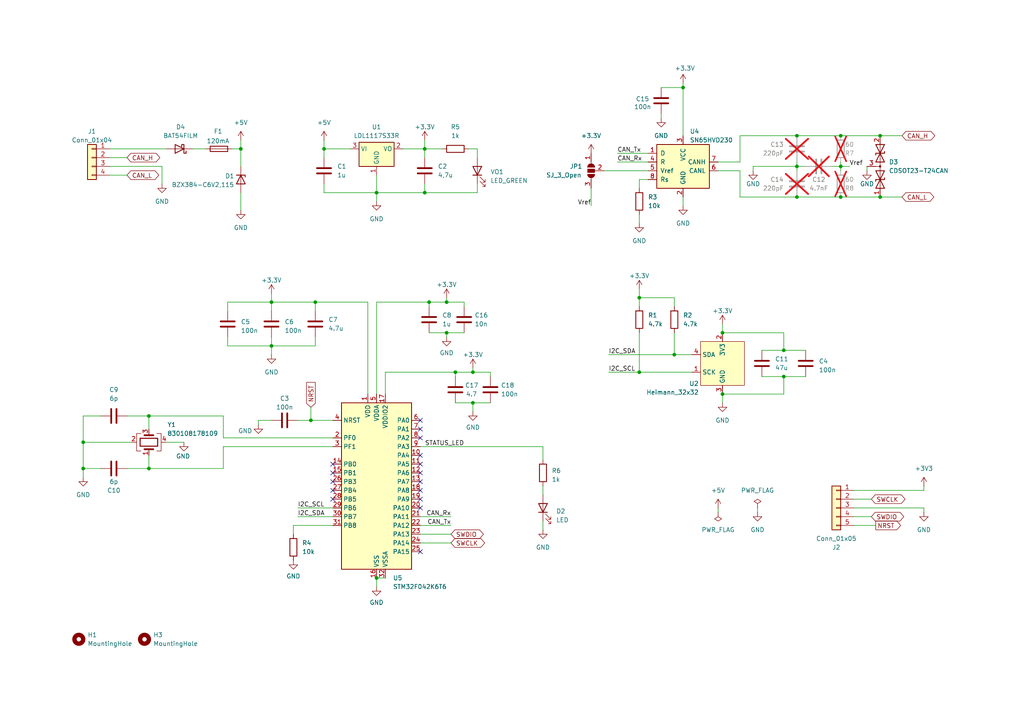
<source format=kicad_sch>
(kicad_sch (version 20231120) (generator "eeschema") (generator_version "8.0")
  (paper "A4")
  (lib_symbols
    (symbol "Connector_Generic:Conn_01x04" (pin_names (offset 1.016) hide)
      (property "Reference" "J" (at 0 5.08 0))
      (property "Value" "Conn_01x04" (at 0 -7.62 0))
      (symbol "Conn_01x04_1_1"
        (rectangle (start -1.27 -4.953) (end 0 -5.207) (stroke (width 0.1524)))
        (rectangle (start -1.27 -2.413) (end 0 -2.667) (stroke (width 0.1524)))
        (rectangle (start -1.27 0.127) (end 0 -0.127) (stroke (width 0.1524)))
        (rectangle (start -1.27 2.667) (end 0 2.413) (stroke (width 0.1524)))
        (rectangle (start -1.27 3.81) (end 1.27 -6.35) (stroke (width 0.254)) (fill (type background)))
        (pin passive line (at -5.08 2.54 0) (length 3.81) (name "Pin_1") (number "1"))
        (pin passive line (at -5.08 0 0) (length 3.81) (name "Pin_2") (number "2"))
        (pin passive line (at -5.08 -2.54 0) (length 3.81) (name "Pin_3") (number "3"))
        (pin passive line (at -5.08 -5.08 0) (length 3.81) (name "Pin_4") (number "4"))
      )
    )
    (symbol "Connector_Generic:Conn_01x05" (pin_names (offset 1.016) hide)
      (property "Reference" "J" (at 0 7.62 0))
      (property "Value" "Conn_01x05" (at 0 -7.62 0))
      (symbol "Conn_01x05_1_1"
        (rectangle (start -1.27 -4.953) (end 0 -5.207) (stroke (width 0.1524)))
        (rectangle (start -1.27 -2.413) (end 0 -2.667) (stroke (width 0.1524)))
        (rectangle (start -1.27 0.127) (end 0 -0.127) (stroke (width 0.1524)))
        (rectangle (start -1.27 2.667) (end 0 2.413) (stroke (width 0.1524)))
        (rectangle (start -1.27 5.207) (end 0 4.953) (stroke (width 0.1524)))
        (rectangle (start -1.27 6.35) (end 1.27 -6.35) (stroke (width 0.254)) (fill (type background)))
        (pin passive line (at -5.08 5.08 0) (length 3.81) (name "Pin_1") (number "1"))
        (pin passive line (at -5.08 2.54 0) (length 3.81) (name "Pin_2") (number "2"))
        (pin passive line (at -5.08 0 0) (length 3.81) (name "Pin_3") (number "3"))
        (pin passive line (at -5.08 -2.54 0) (length 3.81) (name "Pin_4") (number "4"))
        (pin passive line (at -5.08 -5.08 0) (length 3.81) (name "Pin_5") (number "5"))
      )
    )
    (symbol "Device:C" (pin_numbers hide) (pin_names (offset 0.254))
      (property "Reference" "C" (at 0.635 2.54 0))
      (property "Value" "C" (at 0.635 -2.54 0))
      (symbol "C_0_1"
        (polyline (pts (xy -2.032 -0.762) (xy 2.032 -0.762)) (stroke (width 0.508)))
        (polyline (pts (xy -2.032 0.762) (xy 2.032 0.762)) (stroke (width 0.508)))
      )
      (symbol "C_1_1"
        (pin passive line (at 0 3.81 270) (length 2.794) (name "~") (number "1"))
        (pin passive line (at 0 -3.81 90) (length 2.794) (name "~") (number "2"))
      )
    )
    (symbol "Device:D_Schottky" (pin_numbers hide) (pin_names (offset 1.016) hide)
      (property "Reference" "D" (at 0 2.54 0))
      (property "Value" "D_Schottky" (at 0 -2.54 0))
      (symbol "D_Schottky_0_1"
        (polyline (pts (xy 1.27 0) (xy -1.27 0)))
        (polyline (pts (xy 1.27 1.27) (xy 1.27 -1.27) (xy -1.27 0) (xy 1.27 1.27)) (stroke (width 0.254)))
        (polyline (pts (xy -1.905 0.635) (xy -1.905 1.27) (xy -1.27 1.27) (xy -1.27 -1.27) (xy -0.635 -1.27) (xy -0.635 -0.635)) (stroke (width 0.254)))
      )
      (symbol "D_Schottky_1_1"
        (pin passive line (at -3.81 0 0) (length 2.54) (name "K") (number "1"))
        (pin passive line (at 3.81 0 180) (length 2.54) (name "A") (number "2"))
      )
    )
    (symbol "Device:D_TVS_Dual_AAC" (pin_names (offset 1.016) hide)
      (property "Reference" "D" (at 0 4.445 0))
      (property "Value" "D_TVS_Dual_AAC" (at 0 2.54 0))
      (symbol "D_TVS_Dual_AAC_0_0"
        (polyline (pts (xy 0 -1.27) (xy 0 0)))
      )
      (symbol "D_TVS_Dual_AAC_0_1"
        (polyline (pts (xy -6.35 0) (xy 6.35 0)))
        (polyline (pts (xy -3.302 1.27) (xy -3.81 1.27) (xy -3.81 -1.27) (xy -4.318 -1.27)) (stroke (width 0.254)))
        (polyline (pts (xy 4.318 1.27) (xy 3.81 1.27) (xy 3.81 -1.27) (xy 3.302 -1.27)) (stroke (width 0.254)))
        (polyline (pts (xy -6.35 1.27) (xy -1.27 -1.27) (xy -1.27 1.27) (xy -6.35 -1.27) (xy -6.35 1.27)) (stroke (width 0.254)))
        (polyline (pts (xy 6.35 1.27) (xy 1.27 -1.27) (xy 1.27 1.27) (xy 6.35 -1.27) (xy 6.35 1.27)) (stroke (width 0.254)))
        (circle (center 0 0) (radius 0.254) (fill (type outline)))
      )
      (symbol "D_TVS_Dual_AAC_1_1"
        (pin passive line (at -8.89 0 0) (length 2.54) (name "A1") (number "1"))
        (pin passive line (at 8.89 0 180) (length 2.54) (name "A2") (number "2"))
        (pin input line (at 0 -3.81 90) (length 2.54) (name "common") (number "3"))
      )
    )
    (symbol "Device:D_Zener" (pin_numbers hide) (pin_names (offset 1.016) hide)
      (property "Reference" "D" (at 0 2.54 0))
      (property "Value" "D_Zener" (at 0 -2.54 0))
      (symbol "D_Zener_0_1"
        (polyline (pts (xy 1.27 0) (xy -1.27 0)))
        (polyline (pts (xy -1.27 -1.27) (xy -1.27 1.27) (xy -0.762 1.27)) (stroke (width 0.254)))
        (polyline (pts (xy 1.27 -1.27) (xy 1.27 1.27) (xy -1.27 0) (xy 1.27 -1.27)) (stroke (width 0.254)))
      )
      (symbol "D_Zener_1_1"
        (pin passive line (at -3.81 0 0) (length 2.54) (name "K") (number "1"))
        (pin passive line (at 3.81 0 180) (length 2.54) (name "A") (number "2"))
      )
    )
    (symbol "Device:Fuse" (pin_numbers hide) (pin_names (offset 0))
      (property "Reference" "F" (at 2.032 0 90))
      (property "Value" "Fuse" (at -1.905 0 90))
      (symbol "Fuse_0_1"
        (rectangle (start -0.762 -2.54) (end 0.762 2.54) (stroke (width 0.254)))
        (polyline (pts (xy 0 2.54) (xy 0 -2.54)))
      )
      (symbol "Fuse_1_1"
        (pin passive line (at 0 3.81 270) (length 1.27) (name "~") (number "1"))
        (pin passive line (at 0 -3.81 90) (length 1.27) (name "~") (number "2"))
      )
    )
    (symbol "Device:LED" (pin_numbers hide) (pin_names (offset 1.016) hide)
      (property "Reference" "D" (at 0 2.54 0))
      (property "Value" "LED" (at 0 -2.54 0))
      (symbol "LED_0_1"
        (polyline (pts (xy -1.27 -1.27) (xy -1.27 1.27)) (stroke (width 0.254)))
        (polyline (pts (xy -1.27 0) (xy 1.27 0)))
        (polyline (pts (xy 1.27 -1.27) (xy 1.27 1.27) (xy -1.27 0) (xy 1.27 -1.27)) (stroke (width 0.254)))
        (polyline (pts (xy -3.048 -0.762) (xy -4.572 -2.286) (xy -3.81 -2.286) (xy -4.572 -2.286) (xy -4.572 -1.524)))
        (polyline (pts (xy -1.778 -0.762) (xy -3.302 -2.286) (xy -2.54 -2.286) (xy -3.302 -2.286) (xy -3.302 -1.524)))
      )
      (symbol "LED_1_1"
        (pin passive line (at -3.81 0 0) (length 2.54) (name "K") (number "1"))
        (pin passive line (at 3.81 0 180) (length 2.54) (name "A") (number "2"))
      )
    )
    (symbol "Device:R" (pin_numbers hide) (pin_names (offset 0))
      (property "Reference" "R" (at 2.032 0 90))
      (property "Value" "R" (at 0 0 90))
      (symbol "R_0_1"
        (rectangle (start -1.016 -2.54) (end 1.016 2.54) (stroke (width 0.254)))
      )
      (symbol "R_1_1"
        (pin passive line (at 0 3.81 270) (length 1.27) (name "~") (number "1"))
        (pin passive line (at 0 -3.81 90) (length 1.27) (name "~") (number "2"))
      )
    )
    (symbol "FaSTTUBe_Crystals:830108178109" (pin_names (offset 1.016) hide)
      (property "Reference" "Y" (at 3.175 5.08 0))
      (property "Value" "830108178109" (at 3.175 3.175 0))
      (symbol "830108178109_0_1"
        (rectangle (start -1.143 2.54) (end 1.143 -2.54) (stroke (width 0.3048)))
        (polyline (pts (xy -2.54 0) (xy -2.032 0)))
        (polyline (pts (xy -2.032 -1.27) (xy -2.032 1.27)) (stroke (width 0.508)))
        (polyline (pts (xy 0 -3.81) (xy 0 -3.556)))
        (polyline (pts (xy 0 3.556) (xy 0 3.81)))
        (polyline (pts (xy 2.032 -1.27) (xy 2.032 1.27)) (stroke (width 0.508)))
        (polyline (pts (xy 2.032 0) (xy 2.54 0)))
        (polyline (pts (xy -2.54 -2.286) (xy -2.54 -3.556) (xy 2.54 -3.556) (xy 2.54 -2.286)))
        (polyline (pts (xy -2.54 2.286) (xy -2.54 3.556) (xy 2.54 3.556) (xy 2.54 2.286)))
      )
      (symbol "830108178109_1_1"
        (pin passive line (at -3.81 0 0) (length 1.27) (name "1") (number "1"))
        (pin passive line (at 0 5.08 270) (length 1.27) (name "2") (number "2"))
        (pin passive line (at 3.81 0 180) (length 1.27) (name "3") (number "3"))
        (pin passive line (at 0 -5.08 90) (length 1.27) (name "4") (number "4"))
      )
    )
    (symbol "GND_1" (power) (pin_numbers hide) (pin_names (offset 0) hide)
      (property "Value" "GND" (at 0 -3.81 0))
      (symbol "GND_1_0_1"
        (polyline (pts (xy 0 0) (xy 0 -1.27) (xy 1.27 -1.27) (xy 0 -2.54) (xy -1.27 -1.27) (xy 0 -1.27)))
      )
      (symbol "GND_1_1_1"
        (pin power_in line (at 0 0 270) (length 0) (name "~") (number "1"))
      )
    )
    (symbol "Interface_CAN_LIN:SN65HVD230" (pin_names (offset 1.016))
      (property "Reference" "U" (at -2.54 10.16 0))
      (property "Value" "SN65HVD230" (at -2.54 7.62 0))
      (symbol "SN65HVD230_0_1"
        (rectangle (start -7.62 5.08) (end 7.62 -7.62) (stroke (width 0.254)) (fill (type background)))
      )
      (symbol "SN65HVD230_1_1"
        (pin input line (at -10.16 2.54 0) (length 2.54) (name "D") (number "1"))
        (pin power_in line (at 0 -10.16 90) (length 2.54) (name "GND") (number "2"))
        (pin power_in line (at 0 7.62 270) (length 2.54) (name "VCC") (number "3"))
        (pin output line (at -10.16 0 0) (length 2.54) (name "R") (number "4"))
        (pin output line (at -10.16 -2.54 0) (length 2.54) (name "Vref") (number "5"))
        (pin bidirectional line (at 10.16 -2.54 180) (length 2.54) (name "CANL") (number "6"))
        (pin bidirectional line (at 10.16 0 180) (length 2.54) (name "CANH") (number "7"))
        (pin input line (at -10.16 -5.08 0) (length 2.54) (name "Rs") (number "8"))
      )
    )
    (symbol "Jumper:SolderJumper_3_Open" (pin_names (offset 0) hide)
      (property "Reference" "JP" (at -2.54 -2.54 0))
      (property "Value" "SolderJumper_3_Open" (at 0 2.794 0))
      (symbol "SolderJumper_3_Open_0_1"
        (arc (start -1.016 1.016) (mid -2.0276 0) (end -1.016 -1.016))
        (arc (start -1.016 1.016) (mid -2.0276 0) (end -1.016 -1.016) (fill (type outline)))
        (rectangle (start -0.508 1.016) (end 0.508 -1.016) (fill (type outline)))
        (polyline (pts (xy -2.54 0) (xy -2.032 0)))
        (polyline (pts (xy -1.016 1.016) (xy -1.016 -1.016)))
        (polyline (pts (xy 0 -1.27) (xy 0 -1.016)))
        (polyline (pts (xy 1.016 1.016) (xy 1.016 -1.016)))
        (polyline (pts (xy 2.54 0) (xy 2.032 0)))
        (arc (start 1.016 -1.016) (mid 2.0276 0) (end 1.016 1.016))
        (arc (start 1.016 -1.016) (mid 2.0276 0) (end 1.016 1.016) (fill (type outline)))
      )
      (symbol "SolderJumper_3_Open_1_1"
        (pin passive line (at -5.08 0 0) (length 2.54) (name "A") (number "1"))
        (pin passive line (at 0 -3.81 90) (length 2.54) (name "C") (number "2"))
        (pin passive line (at 5.08 0 180) (length 2.54) (name "B") (number "3"))
      )
    )
    (symbol "MCU_ST_STM32F0:STM32F042K6Tx"
      (property "Reference" "U" (at -10.16 26.67 0))
      (property "Value" "STM32F042K6Tx" (at 5.08 26.67 0))
      (symbol "STM32F042K6Tx_0_1"
        (rectangle (start -10.16 -22.86) (end 10.16 25.4) (stroke (width 0.254)) (fill (type background)))
      )
      (symbol "STM32F042K6Tx_1_1"
        (pin power_in line (at -2.54 27.94 270) (length 2.54) (name "VDD") (number "1"))
        (pin bidirectional line (at 12.7 10.16 180) (length 2.54) (name "PA4") (number "10"))
        (pin bidirectional line (at 12.7 7.62 180) (length 2.54) (name "PA5") (number "11"))
        (pin bidirectional line (at 12.7 5.08 180) (length 2.54) (name "PA6") (number "12"))
        (pin bidirectional line (at 12.7 2.54 180) (length 2.54) (name "PA7") (number "13"))
        (pin bidirectional line (at -12.7 7.62 0) (length 2.54) (name "PB0") (number "14"))
        (pin bidirectional line (at -12.7 5.08 0) (length 2.54) (name "PB1") (number "15"))
        (pin power_in line (at 0 -25.4 90) (length 2.54) (name "VSS") (number "16"))
        (pin power_in line (at 2.54 27.94 270) (length 2.54) (name "VDDIO2") (number "17"))
        (pin bidirectional line (at 12.7 0 180) (length 2.54) (name "PA8") (number "18"))
        (pin bidirectional line (at 12.7 -2.54 180) (length 2.54) (name "PA9") (number "19"))
        (pin bidirectional line (at -12.7 15.24 0) (length 2.54) (name "PF0") (number "2"))
        (pin bidirectional line (at 12.7 -5.08 180) (length 2.54) (name "PA10") (number "20"))
        (pin bidirectional line (at 12.7 -7.62 180) (length 2.54) (name "PA11") (number "21"))
        (pin bidirectional line (at 12.7 -10.16 180) (length 2.54) (name "PA12") (number "22"))
        (pin bidirectional line (at 12.7 -12.7 180) (length 2.54) (name "PA13") (number "23"))
        (pin bidirectional line (at 12.7 -15.24 180) (length 2.54) (name "PA14") (number "24"))
        (pin bidirectional line (at 12.7 -17.78 180) (length 2.54) (name "PA15") (number "25"))
        (pin bidirectional line (at -12.7 2.54 0) (length 2.54) (name "PB3") (number "26"))
        (pin bidirectional line (at -12.7 0 0) (length 2.54) (name "PB4") (number "27"))
        (pin bidirectional line (at -12.7 -2.54 0) (length 2.54) (name "PB5") (number "28"))
        (pin bidirectional line (at -12.7 -5.08 0) (length 2.54) (name "PB6") (number "29"))
        (pin bidirectional line (at -12.7 12.7 0) (length 2.54) (name "PF1") (number "3"))
        (pin bidirectional line (at -12.7 -7.62 0) (length 2.54) (name "PB7") (number "30"))
        (pin bidirectional line (at -12.7 -10.16 0) (length 2.54) (name "PB8") (number "31"))
        (pin power_in line (at 2.54 -25.4 90) (length 2.54) (name "VSSA") (number "32"))
        (pin input line (at -12.7 20.32 0) (length 2.54) (name "NRST") (number "4"))
        (pin power_in line (at 0 27.94 270) (length 2.54) (name "VDDA") (number "5"))
        (pin bidirectional line (at 12.7 20.32 180) (length 2.54) (name "PA0") (number "6"))
        (pin bidirectional line (at 12.7 17.78 180) (length 2.54) (name "PA1") (number "7"))
        (pin bidirectional line (at 12.7 15.24 180) (length 2.54) (name "PA2") (number "8"))
        (pin bidirectional line (at 12.7 12.7 180) (length 2.54) (name "PA3") (number "9"))
      )
    )
    (symbol "MountingHole_1" (pin_names (offset 1.016)) (exclude_from_sim yes) (in_bom no)
      (property "Reference" "H" (at 0 5.08 0))
      (property "Value" "MountingHole" (at 0 3.175 0))
      (symbol "MountingHole_1_0_1"
        (circle (center 0 0) (radius 1.27) (stroke (width 1.27)))
      )
    )
    (symbol "Regulator_Linear:LD1117S33TR_SOT223"
      (property "Reference" "U" (at -3.81 3.175 0))
      (property "Value" "LD1117S33TR_SOT223" (at 0 3.175 0))
      (symbol "LD1117S33TR_SOT223_0_1"
        (rectangle (start -5.08 -5.08) (end 5.08 1.905) (stroke (width 0.254)) (fill (type background)))
      )
      (symbol "LD1117S33TR_SOT223_1_1"
        (pin power_in line (at 0 -7.62 90) (length 2.54) (name "GND") (number "1"))
        (pin power_out line (at 7.62 0 180) (length 2.54) (name "VO") (number "2"))
        (pin power_in line (at -7.62 0 0) (length 2.54) (name "VI") (number "3"))
      )
    )
    (symbol "TTS:Heimann_16x16"
      (property "Reference" "U" (at 0 0 0))
      (property "Value" "Heimann_16x16" (at 0 0 0))
      (symbol "Heimann_16x16_0_1"
        (rectangle (start -6.35 6.35) (end 6.35 -6.35) (fill (type background)))
      )
      (symbol "Heimann_16x16_1_1"
        (pin bidirectional line (at 8.89 -2.54 180) (length 2.54) (name "SCK") (number "1"))
        (pin power_in line (at 0 8.89 270) (length 2.54) (name "3V3") (number "2"))
        (pin power_in line (at 0 -8.89 90) (length 2.54) (name "GND") (number "3"))
        (pin bidirectional line (at 8.89 2.54 180) (length 2.54) (name "SDA") (number "4"))
      )
    )
    (symbol "power:+3.3V" (power) (pin_names (offset 0))
      (property "Value" "+3.3V" (at 0 3.556 0))
      (symbol "+3.3V_0_1"
        (polyline (pts (xy -0.762 1.27) (xy 0 2.54)))
        (polyline (pts (xy 0 0) (xy 0 2.54)))
        (polyline (pts (xy 0 2.54) (xy 0.762 1.27)))
      )
      (symbol "+3.3V_1_1"
        (pin power_in line (at 0 0 90) (length 0) hide (name "+3.3V") (number "1"))
      )
    )
    (symbol "power:+3V3" (power) (pin_numbers hide) (pin_names (offset 0) hide)
      (property "Value" "+3V3" (at 0 3.556 0))
      (symbol "+3V3_0_1"
        (polyline (pts (xy -0.762 1.27) (xy 0 2.54)))
        (polyline (pts (xy 0 0) (xy 0 2.54)))
        (polyline (pts (xy 0 2.54) (xy 0.762 1.27)))
      )
      (symbol "+3V3_1_1"
        (pin power_in line (at 0 0 90) (length 0) (name "~") (number "1"))
      )
    )
    (symbol "power:+5V" (power) (pin_numbers hide) (pin_names (offset 0) hide)
      (property "Value" "+5V" (at 0 3.556 0))
      (symbol "+5V_0_1"
        (polyline (pts (xy -0.762 1.27) (xy 0 2.54)))
        (polyline (pts (xy 0 0) (xy 0 2.54)))
        (polyline (pts (xy 0 2.54) (xy 0.762 1.27)))
      )
      (symbol "+5V_1_1"
        (pin power_in line (at 0 0 90) (length 0) (name "~") (number "1"))
      )
    )
    (symbol "power:GND" (power) (pin_names (offset 0))
      (property "Value" "GND" (at 0 -3.81 0))
      (symbol "GND_0_1"
        (polyline (pts (xy 0 0) (xy 0 -1.27) (xy 1.27 -1.27) (xy 0 -2.54) (xy -1.27 -1.27) (xy 0 -1.27)))
      )
      (symbol "GND_1_1"
        (pin power_in line (at 0 0 270) (length 0) hide (name "GND") (number "1"))
      )
    )
    (symbol "power:PWR_FLAG" (power) (pin_numbers hide) (pin_names (offset 0) hide)
      (property "Value" "PWR_FLAG" (at 0 3.81 0))
      (symbol "PWR_FLAG_0_0"
        (pin power_out line (at 0 0 90) (length 0) (name "~") (number "1"))
      )
      (symbol "PWR_FLAG_0_1"
        (polyline (pts (xy 0 0) (xy 0 1.27) (xy -1.016 1.905) (xy 0 2.54) (xy 1.016 1.905) (xy 0 1.27)))
      )
    )
  )
  (junction (at 91.44 87.63))
  (junction (at 137.16 107.95))
  (junction (at 243.84 48.26))
  (junction (at 78.74 87.63))
  (junction (at 43.18 120.65))
  (junction (at 43.18 135.89))
  (junction (at 24.13 135.89))
  (junction (at 231.14 48.26))
  (junction (at 132.08 107.95))
  (junction (at 227.33 101.6))
  (junction (at 231.14 57.15))
  (junction (at 123.19 55.88))
  (junction (at 69.85 43.18))
  (junction (at 109.22 55.88))
  (junction (at 109.22 167.64))
  (junction (at 243.84 39.37))
  (junction (at 93.98 43.18))
  (junction (at 255.27 57.15))
  (junction (at 124.46 87.63))
  (junction (at 227.33 109.22))
  (junction (at 231.14 39.37))
  (junction (at 198.12 25.4))
  (junction (at 129.54 96.52))
  (junction (at 78.74 100.33))
  (junction (at 129.54 87.63))
  (junction (at 209.55 114.3))
  (junction (at 137.16 116.84))
  (junction (at 209.55 96.52))
  (junction (at 123.19 43.18))
  (junction (at 185.42 107.95))
  (junction (at 24.13 128.27))
  (junction (at 195.58 102.87))
  (junction (at 243.84 57.15))
  (junction (at 185.42 86.36))
  (junction (at 255.27 39.37))
  (junction (at 90.17 121.92))
  (no_connect (at 121.92 142.24))
  (no_connect (at 121.92 144.78))
  (no_connect (at 121.92 160.02))
  (no_connect (at 96.52 142.24))
  (no_connect (at 96.52 134.62))
  (no_connect (at 121.92 132.08))
  (no_connect (at 121.92 137.16))
  (no_connect (at 96.52 137.16))
  (no_connect (at 96.52 144.78))
  (no_connect (at 121.92 121.92))
  (no_connect (at 121.92 127))
  (no_connect (at 121.92 124.46))
  (no_connect (at 121.92 147.32))
  (no_connect (at 121.92 134.62))
  (no_connect (at 96.52 139.7))
  (no_connect (at 121.92 139.7))
  (wire (pts (xy 121.92 157.48) (xy 130.81 157.48)))
  (wire (pts (xy 247.65 144.78) (xy 252.73 144.78)))
  (wire (pts (xy 157.48 151.13) (xy 157.48 153.67)))
  (wire (pts (xy 124.46 87.63) (xy 124.46 88.9)))
  (wire (pts (xy 135.89 43.18) (xy 138.43 43.18)))
  (wire (pts (xy 142.24 107.95) (xy 142.24 109.22)))
  (wire (pts (xy 31.75 50.8) (xy 36.83 50.8)))
  (wire (pts (xy 78.74 87.63) (xy 66.04 87.63)))
  (wire (pts (xy 78.74 97.79) (xy 78.74 100.33)))
  (wire (pts (xy 43.18 135.89) (xy 64.77 135.89)))
  (wire (pts (xy 116.84 43.18) (xy 123.19 43.18)))
  (wire (pts (xy 109.22 167.64) (xy 111.76 167.64)))
  (wire (pts (xy 78.74 100.33) (xy 91.44 100.33)))
  (wire (pts (xy 74.93 123.19) (xy 74.93 121.92)))
  (wire (pts (xy 218.44 49.53) (xy 218.44 48.26)))
  (wire (pts (xy 31.75 48.26) (xy 46.99 48.26)))
  (wire (pts (xy 109.22 167.64) (xy 109.22 170.18)))
  (wire (pts (xy 179.07 44.45) (xy 187.96 44.45)))
  (wire (pts (xy 31.75 45.72) (xy 36.83 45.72)))
  (wire (pts (xy 255.27 39.37) (xy 243.84 39.37)))
  (wire (pts (xy 191.77 25.4) (xy 198.12 25.4)))
  (wire (pts (xy 129.54 96.52) (xy 134.62 96.52)))
  (wire (pts (xy 137.16 107.95) (xy 142.24 107.95)))
  (wire (pts (xy 36.83 120.65) (xy 43.18 120.65)))
  (wire (pts (xy 121.92 149.86) (xy 130.81 149.86)))
  (wire (pts (xy 220.98 109.22) (xy 227.33 109.22)))
  (wire (pts (xy 176.53 102.87) (xy 195.58 102.87)))
  (wire (pts (xy 121.92 154.94) (xy 130.81 154.94)))
  (wire (pts (xy 247.65 152.4) (xy 254 152.4)))
  (wire (pts (xy 185.42 83.82) (xy 185.42 86.36)))
  (wire (pts (xy 24.13 135.89) (xy 24.13 138.43)))
  (wire (pts (xy 109.22 50.8) (xy 109.22 55.88)))
  (wire (pts (xy 86.36 121.92) (xy 90.17 121.92)))
  (wire (pts (xy 255.27 57.15) (xy 243.84 57.15)))
  (wire (pts (xy 24.13 128.27) (xy 24.13 135.89)))
  (wire (pts (xy 106.68 87.63) (xy 91.44 87.63)))
  (wire (pts (xy 29.21 120.65) (xy 24.13 120.65)))
  (wire (pts (xy 91.44 100.33) (xy 91.44 97.79)))
  (wire (pts (xy 134.62 87.63) (xy 134.62 88.9)))
  (wire (pts (xy 96.52 152.4) (xy 85.09 152.4)))
  (wire (pts (xy 243.84 46.99) (xy 243.84 48.26)))
  (wire (pts (xy 64.77 120.65) (xy 64.77 127)))
  (wire (pts (xy 171.45 59.69) (xy 171.45 54.61)))
  (wire (pts (xy 227.33 96.52) (xy 227.33 101.6)))
  (wire (pts (xy 246.38 48.26) (xy 243.84 48.26)))
  (wire (pts (xy 157.48 140.97) (xy 157.48 143.51)))
  (wire (pts (xy 86.36 149.86) (xy 96.52 149.86)))
  (wire (pts (xy 123.19 43.18) (xy 123.19 45.72)))
  (wire (pts (xy 111.76 107.95) (xy 111.76 114.3)))
  (wire (pts (xy 124.46 87.63) (xy 129.54 87.63)))
  (wire (pts (xy 109.22 87.63) (xy 109.22 114.3)))
  (wire (pts (xy 86.36 147.32) (xy 96.52 147.32)))
  (wire (pts (xy 243.84 39.37) (xy 231.14 39.37)))
  (wire (pts (xy 24.13 120.65) (xy 24.13 128.27)))
  (wire (pts (xy 121.92 129.54) (xy 157.48 129.54)))
  (wire (pts (xy 132.08 107.95) (xy 137.16 107.95)))
  (wire (pts (xy 214.63 46.99) (xy 214.63 39.37)))
  (wire (pts (xy 219.71 147.32) (xy 219.71 148.59)))
  (wire (pts (xy 137.16 106.68) (xy 137.16 107.95)))
  (wire (pts (xy 59.69 43.18) (xy 55.88 43.18)))
  (wire (pts (xy 121.92 152.4) (xy 130.81 152.4)))
  (wire (pts (xy 109.22 55.88) (xy 123.19 55.88)))
  (wire (pts (xy 74.93 121.92) (xy 78.74 121.92)))
  (wire (pts (xy 214.63 49.53) (xy 214.63 57.15)))
  (wire (pts (xy 195.58 88.9) (xy 195.58 86.36)))
  (wire (pts (xy 93.98 40.64) (xy 93.98 43.18)))
  (wire (pts (xy 195.58 102.87) (xy 195.58 96.52)))
  (wire (pts (xy 185.42 86.36) (xy 185.42 88.9)))
  (wire (pts (xy 247.65 149.86) (xy 252.73 149.86)))
  (wire (pts (xy 267.97 142.24) (xy 267.97 140.97)))
  (wire (pts (xy 185.42 107.95) (xy 200.66 107.95)))
  (wire (pts (xy 247.65 142.24) (xy 267.97 142.24)))
  (wire (pts (xy 231.14 49.53) (xy 231.14 48.26)))
  (wire (pts (xy 209.55 114.3) (xy 227.33 114.3)))
  (wire (pts (xy 91.44 87.63) (xy 78.74 87.63)))
  (wire (pts (xy 227.33 109.22) (xy 233.68 109.22)))
  (wire (pts (xy 24.13 135.89) (xy 29.21 135.89)))
  (wire (pts (xy 46.99 48.26) (xy 46.99 53.34)))
  (wire (pts (xy 78.74 85.09) (xy 78.74 87.63)))
  (wire (pts (xy 43.18 120.65) (xy 64.77 120.65)))
  (wire (pts (xy 195.58 102.87) (xy 200.66 102.87)))
  (wire (pts (xy 111.76 107.95) (xy 132.08 107.95)))
  (wire (pts (xy 123.19 40.64) (xy 123.19 43.18)))
  (wire (pts (xy 129.54 96.52) (xy 129.54 97.79)))
  (wire (pts (xy 43.18 132.08) (xy 43.18 135.89)))
  (wire (pts (xy 123.19 55.88) (xy 123.19 53.34)))
  (wire (pts (xy 124.46 96.52) (xy 129.54 96.52)))
  (wire (pts (xy 214.63 57.15) (xy 231.14 57.15)))
  (wire (pts (xy 227.33 109.22) (xy 227.33 114.3)))
  (wire (pts (xy 109.22 55.88) (xy 109.22 58.42)))
  (wire (pts (xy 64.77 127) (xy 96.52 127)))
  (wire (pts (xy 261.62 57.15) (xy 255.27 57.15)))
  (wire (pts (xy 90.17 118.11) (xy 90.17 121.92)))
  (wire (pts (xy 36.83 135.89) (xy 43.18 135.89)))
  (wire (pts (xy 137.16 116.84) (xy 142.24 116.84)))
  (wire (pts (xy 129.54 86.36) (xy 129.54 87.63)))
  (wire (pts (xy 24.13 128.27) (xy 38.1 128.27)))
  (wire (pts (xy 93.98 53.34) (xy 93.98 55.88)))
  (wire (pts (xy 175.26 49.53) (xy 187.96 49.53)))
  (wire (pts (xy 78.74 100.33) (xy 78.74 102.87)))
  (wire (pts (xy 138.43 43.18) (xy 138.43 45.72)))
  (wire (pts (xy 185.42 52.07) (xy 187.96 52.07)))
  (wire (pts (xy 69.85 60.96) (xy 69.85 55.88)))
  (wire (pts (xy 138.43 55.88) (xy 138.43 53.34)))
  (wire (pts (xy 247.65 147.32) (xy 267.97 147.32)))
  (wire (pts (xy 208.28 49.53) (xy 214.63 49.53)))
  (wire (pts (xy 243.84 48.26) (xy 241.3 48.26)))
  (wire (pts (xy 208.28 147.32) (xy 208.28 148.59)))
  (wire (pts (xy 251.46 49.53) (xy 251.46 48.26)))
  (wire (pts (xy 137.16 116.84) (xy 137.16 119.38)))
  (wire (pts (xy 93.98 43.18) (xy 101.6 43.18)))
  (wire (pts (xy 243.84 49.53) (xy 243.84 48.26)))
  (wire (pts (xy 123.19 55.88) (xy 138.43 55.88)))
  (wire (pts (xy 109.22 87.63) (xy 124.46 87.63)))
  (wire (pts (xy 132.08 116.84) (xy 137.16 116.84)))
  (wire (pts (xy 66.04 87.63) (xy 66.04 90.17)))
  (wire (pts (xy 261.62 39.37) (xy 255.27 39.37)))
  (wire (pts (xy 176.53 107.95) (xy 185.42 107.95)))
  (wire (pts (xy 185.42 54.61) (xy 185.42 52.07)))
  (wire (pts (xy 48.26 128.27) (xy 53.34 128.27)))
  (wire (pts (xy 67.31 43.18) (xy 69.85 43.18)))
  (wire (pts (xy 198.12 24.13) (xy 198.12 25.4)))
  (wire (pts (xy 267.97 147.32) (xy 267.97 148.59)))
  (wire (pts (xy 69.85 43.18) (xy 69.85 40.64)))
  (wire (pts (xy 69.85 43.18) (xy 69.85 48.26)))
  (wire (pts (xy 90.17 121.92) (xy 96.52 121.92)))
  (wire (pts (xy 231.14 46.99) (xy 231.14 48.26)))
  (wire (pts (xy 132.08 107.95) (xy 132.08 109.22)))
  (wire (pts (xy 195.58 86.36) (xy 185.42 86.36)))
  (wire (pts (xy 78.74 87.63) (xy 78.74 90.17)))
  (wire (pts (xy 85.09 152.4) (xy 85.09 154.94)))
  (wire (pts (xy 209.55 114.3) (xy 209.55 116.84)))
  (wire (pts (xy 31.75 43.18) (xy 48.26 43.18)))
  (wire (pts (xy 209.55 93.98) (xy 209.55 96.52)))
  (wire (pts (xy 106.68 87.63) (xy 106.68 114.3)))
  (wire (pts (xy 243.84 57.15) (xy 231.14 57.15)))
  (wire (pts (xy 220.98 101.6) (xy 227.33 101.6)))
  (wire (pts (xy 93.98 55.88) (xy 109.22 55.88)))
  (wire (pts (xy 157.48 129.54) (xy 157.48 133.35)))
  (wire (pts (xy 198.12 25.4) (xy 198.12 39.37)))
  (wire (pts (xy 185.42 62.23) (xy 185.42 64.77)))
  (wire (pts (xy 43.18 120.65) (xy 43.18 124.46)))
  (wire (pts (xy 208.28 46.99) (xy 214.63 46.99)))
  (wire (pts (xy 233.68 48.26) (xy 231.14 48.26)))
  (wire (pts (xy 214.63 39.37) (xy 231.14 39.37)))
  (wire (pts (xy 66.04 100.33) (xy 78.74 100.33)))
  (wire (pts (xy 198.12 57.15) (xy 198.12 59.69)))
  (wire (pts (xy 191.77 34.29) (xy 191.77 33.02)))
  (wire (pts (xy 185.42 107.95) (xy 185.42 96.52)))
  (wire (pts (xy 227.33 101.6) (xy 233.68 101.6)))
  (wire (pts (xy 179.07 46.99) (xy 187.96 46.99)))
  (wire (pts (xy 123.19 43.18) (xy 128.27 43.18)))
  (wire (pts (xy 66.04 97.79) (xy 66.04 100.33)))
  (wire (pts (xy 91.44 90.17) (xy 91.44 87.63)))
  (wire (pts (xy 96.52 129.54) (xy 64.77 129.54)))
  (wire (pts (xy 209.55 96.52) (xy 227.33 96.52)))
  (wire (pts (xy 129.54 87.63) (xy 134.62 87.63)))
  (wire (pts (xy 93.98 43.18) (xy 93.98 45.72)))
  (wire (pts (xy 64.77 129.54) (xy 64.77 135.89)))
  (wire (pts (xy 218.44 48.26) (xy 231.14 48.26)))
  (label "CAN_Tx" (at 130.81 152.4 180))
  (label "I2C_SDA" (at 86.36 149.86 0))
  (label "CAN_Rx" (at 130.81 149.86 180))
  (label "Vref" (at 171.45 59.69 180))
  (label "Vref" (at 246.38 48.26 0))
  (label "I2C_SCL" (at 86.36 147.32 0))
  (label "CAN_Rx" (at 179.07 46.99 0))
  (label "I2C_SDA" (at 176.53 102.87 0))
  (label "I2C_SCL" (at 176.53 107.95 0))
  (label "STATUS_LED" (at 134.62 129.54 180))
  (label "CAN_Tx" (at 179.07 44.45 0))
  (global_label "SWCLK" (shape bidirectional) (at 130.81 157.48 0) (property "Intersheetrefs" "${INTERSHEET_REFS}" (effects (hide yes))))
  (global_label "CAN_L" (shape bidirectional) (at 261.62 57.15 0) (property "Intersheetrefs" "${INTERSHEET_REFS}" (effects (hide yes))))
  (global_label "CAN_L" (shape bidirectional) (at 36.83 50.8 0) (property "Intersheetrefs" "${INTERSHEET_REFS}" (effects (hide yes))))
  (global_label "CAN_H" (shape bidirectional) (at 261.62 39.37 0) (property "Intersheetrefs" "${INTERSHEET_REFS}" (effects (hide yes))))
  (global_label "CAN_H" (shape bidirectional) (at 36.83 45.72 0) (property "Intersheetrefs" "${INTERSHEET_REFS}" (effects (hide yes))))
  (global_label "SWDIO" (shape bidirectional) (at 252.73 149.86 0) (property "Intersheetrefs" "${INTERSHEET_REFS}" (effects (hide yes))))
  (global_label "SWDIO" (shape bidirectional) (at 130.81 154.94 0) (property "Intersheetrefs" "${INTERSHEET_REFS}" (effects (hide yes))))
  (global_label "NRST" (shape input) (at 90.17 118.11 90) (property "Intersheetrefs" "${INTERSHEET_REFS}" (effects (hide yes))))
  (global_label "NRST" (shape output) (at 254 152.4 0) (property "Intersheetrefs" "${INTERSHEET_REFS}" (effects (hide yes))))
  (global_label "SWCLK" (shape bidirectional) (at 252.73 144.78 0) (property "Intersheetrefs" "${INTERSHEET_REFS}" (effects (hide yes))))
  (symbol (lib_id "FaSTTUBe_Crystals:830108178109") (at 43.18 128.27 90) (unit 1)
    (property "Reference" "Y1" (at 49.784 123.19 90))
    (property "Value" "830108178109" (at 55.88 125.73 90))
    (property "Footprint" "Crystal:Crystal_SMD_2016-4Pin_2.0x1.6mm" (effects (hide yes)))
    (property "Datasheet" "https://www.we-online.com/components/products/datasheet/830108178109.pdf" (effects (hide yes)))
    (property "Description" "16.0MHz Load Capacitance (CL) 8.00pF, Shunt Capacitance (C0) 3pF max" (effects (hide yes)))
  )
  (symbol (lib_id "Device:C") (at 66.04 93.98 0) (unit 1)
    (property "Reference" "C5" (at 69.85 93.345 0) (effects (justify left)))
    (property "Value" "100n" (at 69.85 95.885 0) (effects (justify left)))
    (property "Footprint" "Capacitor_SMD:C_0603_1608Metric" (effects (hide yes)))
    (property "LCSC" "C307331" (effects (hide yes)))
  )
  (symbol (lib_id "Device:C") (at 91.44 93.98 0) (unit 1)
    (property "Reference" "C7" (at 95.25 92.7099 0) (effects (justify left)))
    (property "Value" "4.7u" (at 95.25 95.2499 0) (effects (justify left)))
    (property "Footprint" "Capacitor_SMD:C_0603_1608Metric" (effects (hide yes)))
    (property "LCSC" "C307331" (effects (hide yes)))
  )
  (symbol (lib_name "GND_1") (lib_id "power:GND") (at 219.71 148.59 0) (unit 1)
    (property "Reference" "#PWR029" (effects (hide yes)))
    (property "Value" "GND" (at 219.71 153.67 0))
    (property "Description" "Power symbol creates a global label with name \"GND\" , ground" (effects (hide yes)))
  )
  (symbol (lib_id "Device:C") (at 93.98 49.53 0) (unit 1)
    (property "Reference" "C1" (at 97.79 48.2599 0) (effects (justify left)))
    (property "Value" "1u" (at 97.79 50.7999 0) (effects (justify left)))
    (property "Footprint" "Capacitor_SMD:C_0603_1608Metric" (effects (hide yes)))
    (property "LCSC" "C15849" (effects (hide yes)))
  )
  (symbol (lib_id "Device:Fuse") (at 63.5 43.18 90) (unit 1)
    (property "Reference" "F1" (at 64.516 38.1 90) (effects (justify left)))
    (property "Value" "120mA" (at 66.548 40.894 90) (effects (justify left)))
    (property "Footprint" "Fuse:Fuse_1206_3216Metric" (effects (hide yes)))
    (property "Datasheet" "https://www.mouser.de/datasheet/2/87/eaton_pts1206_6_60_volt_dc_surface_mount_resettabl-1608737.pdf" (effects (hide yes)))
  )
  (symbol (lib_id "power:GND") (at 78.74 102.87 0) (unit 1)
    (property "Reference" "#PWR014" (effects (hide yes)))
    (property "Value" "GND" (at 78.74 107.95 0))
  )
  (symbol (lib_id "Device:C") (at 33.02 120.65 90) (unit 1)
    (property "Reference" "C9" (at 33.02 113.03 90))
    (property "Value" "6p" (at 33.02 115.57 90))
    (property "Footprint" "Capacitor_SMD:C_0603_1608Metric" (effects (hide yes)))
    (property "LCSC" "C1549" (effects (hide yes)))
  )
  (symbol (lib_id "power:+3.3V") (at 78.74 85.09 0) (unit 1)
    (property "Reference" "#PWR04" (effects (hide yes)))
    (property "Value" "+3.3V" (at 78.74 81.28 0))
  )
  (symbol (lib_id "Device:C") (at 233.68 105.41 0) (unit 1)
    (property "Reference" "C4" (at 237.49 104.775 0) (effects (justify left)))
    (property "Value" "100n" (at 237.49 107.315 0) (effects (justify left)))
    (property "Footprint" "Capacitor_SMD:C_0603_1608Metric" (effects (hide yes)))
    (property "LCSC" "C307331" (effects (hide yes)))
  )
  (symbol (lib_id "power:GND") (at 191.77 34.29 0) (unit 1)
    (property "Reference" "#PWR027" (effects (hide yes)))
    (property "Value" "GND" (at 191.77 39.37 0))
  )
  (symbol (lib_id "Device:C") (at 231.14 43.18 0) (mirror y) (unit 1) (dnp yes)
    (property "Reference" "C13" (at 227.33 41.91 0) (effects (justify left)))
    (property "Value" "220pF" (at 227.33 44.45 0) (effects (justify left)))
    (property "Footprint" "Capacitor_SMD:C_0603_1608Metric" (effects (hide yes)))
  )
  (symbol (lib_name "MountingHole_1") (lib_id "Mechanical:MountingHole") (at 41.91 185.42 0) (unit 1) (exclude_from_sim yes) (in_bom no)
    (property "Reference" "H3" (at 44.45 184.1499 0) (effects (justify left)))
    (property "Value" "MountingHole" (at 44.45 186.6899 0) (effects (justify left)))
    (property "Footprint" "MountingHole:MountingHole_3.2mm_M3_DIN965" (effects (hide yes)))
    (property "Description" "Mounting Hole without connection" (effects (hide yes)))
  )
  (symbol (lib_id "Device:D_TVS_Dual_AAC") (at 255.27 48.26 270) (mirror x) (unit 1)
    (property "Reference" "D3" (at 257.81 46.99 90) (effects (justify left)))
    (property "Value" "CDSOT23-T24CAN" (at 257.81 49.53 90) (effects (justify left)))
    (property "Footprint" "Package_TO_SOT_SMD:SOT-23" (effects (hide yes)))
  )
  (symbol (lib_id "power:+3.3V") (at 137.16 106.68 0) (unit 1)
    (property "Reference" "#PWR017" (effects (hide yes)))
    (property "Value" "+3.3V" (at 137.16 102.87 0))
  )
  (symbol (lib_id "power:GND") (at 137.16 119.38 0) (unit 1)
    (property "Reference" "#PWR018" (effects (hide yes)))
    (property "Value" "GND" (at 137.16 123.952 0))
  )
  (symbol (lib_id "Device:LED") (at 157.48 147.32 90) (unit 1)
    (property "Reference" "D2" (at 161.29 148.2725 90) (effects (justify right)))
    (property "Value" "LED" (at 161.29 150.8125 90) (effects (justify right)))
    (property "Footprint" "LED_SMD:LED_0603_1608Metric" (effects (hide yes)))
    (property "LCSC" "C2286" (effects (hide yes)))
  )
  (symbol (lib_id "power:+5V") (at 208.28 147.32 0) (unit 1)
    (property "Reference" "#PWR028" (effects (hide yes)))
    (property "Value" "+5V" (at 208.28 142.24 0))
    (property "Description" "Power symbol creates a global label with name \"+5V\"" (effects (hide yes)))
  )
  (symbol (lib_id "Device:C") (at 237.49 48.26 270) (mirror x) (unit 1) (dnp yes)
    (property "Reference" "C12" (at 237.49 52.07 90))
    (property "Value" "4.7nF" (at 237.49 54.61 90))
    (property "Footprint" "Capacitor_SMD:C_0603_1608Metric" (effects (hide yes)))
  )
  (symbol (lib_id "power:+5V") (at 69.85 40.64 0) (unit 1)
    (property "Reference" "#PWR030" (effects (hide yes)))
    (property "Value" "+5V" (at 69.85 35.56 0))
    (property "Description" "Power symbol creates a global label with name \"+5V\"" (effects (hide yes)))
  )
  (symbol (lib_id "Device:R") (at 85.09 158.75 0) (unit 1)
    (property "Reference" "R4" (at 87.63 157.4799 0) (effects (justify left)))
    (property "Value" "10k" (at 87.63 160.0199 0) (effects (justify left)))
    (property "Footprint" "Resistor_SMD:R_0603_1608Metric" (effects (hide yes)))
    (property "LCSC" "C11702" (effects (hide yes)))
  )
  (symbol (lib_id "Device:R") (at 243.84 43.18 0) (mirror x) (unit 1) (dnp yes)
    (property "Reference" "R7" (at 246.38 44.45 0))
    (property "Value" "60" (at 246.38 41.91 0))
    (property "Footprint" "Resistor_SMD:R_0603_1608Metric" (effects (hide yes)))
  )
  (symbol (lib_id "Device:C") (at 82.55 121.92 90) (unit 1)
    (property "Reference" "C3" (at 82.55 115.57 90))
    (property "Value" "100n" (at 82.55 118.11 90))
    (property "Footprint" "Capacitor_SMD:C_0603_1608Metric" (effects (hide yes)))
    (property "LCSC" "C307331" (effects (hide yes)))
  )
  (symbol (lib_name "GND_1") (lib_id "power:GND") (at 69.85 60.96 0) (unit 1)
    (property "Reference" "#PWR032" (effects (hide yes)))
    (property "Value" "GND" (at 69.85 66.04 0))
    (property "Description" "Power symbol creates a global label with name \"GND\" , ground" (effects (hide yes)))
  )
  (symbol (lib_id "Device:C") (at 134.62 92.71 0) (unit 1)
    (property "Reference" "C16" (at 137.668 91.44 0) (effects (justify left)))
    (property "Value" "10n" (at 137.668 93.98 0) (effects (justify left)))
    (property "Footprint" "Capacitor_SMD:C_0603_1608Metric" (effects (hide yes)))
    (property "LCSC" "C307331" (effects (hide yes)))
  )
  (symbol (lib_id "power:GND") (at 198.12 59.69 0) (unit 1)
    (property "Reference" "#PWR011" (effects (hide yes)))
    (property "Value" "GND" (at 198.12 64.77 0))
  )
  (symbol (lib_name "GND_1") (lib_id "power:GND") (at 267.97 148.59 0) (unit 1)
    (property "Reference" "#PWR022" (effects (hide yes)))
    (property "Value" "GND" (at 267.97 153.67 0))
    (property "Description" "Power symbol creates a global label with name \"GND\" , ground" (effects (hide yes)))
  )
  (symbol (lib_id "Connector_Generic:Conn_01x04") (at 26.67 45.72 0) (mirror y) (unit 1)
    (property "Reference" "J1" (at 26.67 38.1 0))
    (property "Value" "Conn_01x04" (at 26.67 40.64 0))
    (property "Footprint" "FaSTTUBe_connectors:M8_718_4pin_horizontal" (effects (hide yes)))
  )
  (symbol (lib_id "power:GND") (at 46.99 53.34 0) (unit 1)
    (property "Reference" "#PWR02" (effects (hide yes)))
    (property "Value" "GND" (at 46.99 58.42 0))
  )
  (symbol (lib_id "Device:R") (at 185.42 58.42 0) (unit 1)
    (property "Reference" "R3" (at 187.96 57.1499 0) (effects (justify left)))
    (property "Value" "10k" (at 187.96 59.6899 0) (effects (justify left)))
    (property "Footprint" "Resistor_SMD:R_0603_1608Metric" (effects (hide yes)))
    (property "LCSC" "C17168" (effects (hide yes)))
  )
  (symbol (lib_id "power:+3.3V") (at 209.55 93.98 0) (unit 1)
    (property "Reference" "#PWR07" (effects (hide yes)))
    (property "Value" "+3.3V" (at 209.55 90.17 0))
  )
  (symbol (lib_id "power:+3.3V") (at 198.12 24.13 0) (unit 1)
    (property "Reference" "#PWR09" (effects (hide yes)))
    (property "Value" "+3.3V" (at 198.628 19.812 0))
  )
  (symbol (lib_id "Device:R") (at 195.58 92.71 0) (unit 1)
    (property "Reference" "R2" (at 198.12 91.4399 0) (effects (justify left)))
    (property "Value" "4.7k" (at 198.12 93.9799 0) (effects (justify left)))
    (property "Footprint" "Resistor_SMD:R_0603_1608Metric" (effects (hide yes)))
    (property "LCSC" "C11702" (effects (hide yes)))
  )
  (symbol (lib_id "power:+3V3") (at 267.97 140.97 0) (unit 1)
    (property "Reference" "#PWR06" (effects (hide yes)))
    (property "Value" "+3V3" (at 267.97 135.89 0))
    (property "Description" "Power symbol creates a global label with name \"+3V3\"" (effects (hide yes)))
  )
  (symbol (lib_id "Device:D_Zener") (at 69.85 52.07 270) (unit 1)
    (property "Reference" "D1" (at 65.278 51.054 90) (effects (justify left)))
    (property "Value" "BZX384-C6V2,115" (at 49.784 53.594 90) (effects (justify left)))
    (property "Footprint" "Diode_SMD:D_SOD-323" (effects (hide yes)))
    (property "Datasheet" "https://assets.nexperia.com/documents/data-sheet/BZX384_SER.pdf" (effects (hide yes)))
    (property "Description" "Zener diode" (effects (hide yes)))
  )
  (symbol (lib_id "power:GND") (at 129.54 97.79 0) (unit 1)
    (property "Reference" "#PWR016" (effects (hide yes)))
    (property "Value" "GND" (at 129.54 102.362 0))
  )
  (symbol (lib_id "MCU_ST_STM32F0:STM32F042K6Tx") (at 109.22 142.24 0) (unit 1)
    (property "Reference" "U5" (at 113.9541 167.64 0) (effects (justify left)))
    (property "Value" "STM32F042K6T6" (at 113.9541 170.18 0) (effects (justify left)))
    (property "Footprint" "Package_QFP:LQFP-32_7x7mm_P0.8mm" (effects (hide yes)))
    (property "Datasheet" "https://www.st.com/resource/en/datasheet/stm32f042k6.pdf" (effects (hide yes)))
    (property "Description" "STMicroelectronics Arm Cortex-M0 MCU, 32KB flash, 6KB RAM, 48 MHz, 2.0-3.6V, 26 GPIO, LQFP32" (effects (hide yes)))
  )
  (symbol (lib_id "power:+3.3V") (at 171.45 44.45 0) (mirror y) (unit 1)
    (property "Reference" "#PWR026" (effects (hide yes)))
    (property "Value" "+3.3V" (at 171.45 39.37 0))
  )
  (symbol (lib_id "power:GND") (at 85.09 162.56 0) (unit 1)
    (property "Reference" "#PWR015" (effects (hide yes)))
    (property "Value" "GND" (at 85.09 167.132 0))
  )
  (symbol (lib_id "Device:R") (at 185.42 92.71 0) (unit 1)
    (property "Reference" "R1" (at 187.96 91.4399 0) (effects (justify left)))
    (property "Value" "4.7k" (at 187.96 93.9799 0) (effects (justify left)))
    (property "Footprint" "Resistor_SMD:R_0603_1608Metric" (effects (hide yes)))
    (property "LCSC" "C11702" (effects (hide yes)))
  )
  (symbol (lib_id "Device:R") (at 243.84 53.34 0) (mirror x) (unit 1) (dnp yes)
    (property "Reference" "R8" (at 246.38 54.61 0))
    (property "Value" "60" (at 246.38 52.07 0))
    (property "Footprint" "Resistor_SMD:R_0603_1608Metric" (effects (hide yes)))
  )
  (symbol (lib_id "power:PWR_FLAG") (at 208.28 148.59 0) (mirror x) (unit 1)
    (property "Reference" "#FLG01" (effects (hide yes)))
    (property "Value" "PWR_FLAG" (at 208.28 153.67 0))
    (property "Description" "Special symbol for telling ERC where power comes from" (effects (hide yes)))
  )
  (symbol (lib_id "Interface_CAN_LIN:SN65HVD230") (at 198.12 46.99 0) (unit 1)
    (property "Reference" "U4" (at 200.0759 38.1 0) (effects (justify left)))
    (property "Value" "SN65HVD230" (at 200.0759 40.64 0) (effects (justify left)))
    (property "Footprint" "Package_SO:SOIC-8_3.9x4.9mm_P1.27mm" (effects (hide yes)))
    (property "Datasheet" "http://www.ti.com/lit/ds/symlink/sn65hvd230.pdf" (effects (hide yes)))
    (property "LCSC" "C12084" (effects (hide yes)))
  )
  (symbol (lib_id "Device:C") (at 220.98 105.41 0) (unit 1)
    (property "Reference" "C11" (at 224.79 104.1399 0) (effects (justify left)))
    (property "Value" "47u" (at 224.79 106.6799 0) (effects (justify left)))
    (property "Footprint" "Capacitor_SMD:C_0603_1608Metric" (effects (hide yes)))
    (property "LCSC" "C307331" (effects (hide yes)))
  )
  (symbol (lib_id "power:GND") (at 24.13 138.43 0) (unit 1)
    (property "Reference" "#PWR021" (effects (hide yes)))
    (property "Value" "GND" (at 24.13 143.51 0))
  )
  (symbol (lib_id "Device:C") (at 124.46 92.71 0) (unit 1)
    (property "Reference" "C8" (at 128.27 91.4399 0) (effects (justify left)))
    (property "Value" "1u" (at 128.27 93.9799 0) (effects (justify left)))
    (property "Footprint" "Capacitor_SMD:C_0603_1608Metric" (effects (hide yes)))
    (property "LCSC" "C307331" (effects (hide yes)))
  )
  (symbol (lib_name "MountingHole_1") (lib_id "Mechanical:MountingHole") (at 22.86 185.42 0) (unit 1) (exclude_from_sim yes) (in_bom no)
    (property "Reference" "H1" (at 25.4 184.1499 0) (effects (justify left)))
    (property "Value" "MountingHole" (at 25.4 186.6899 0) (effects (justify left)))
    (property "Footprint" "MountingHole:MountingHole_3.2mm_M3_DIN965" (effects (hide yes)))
    (property "Description" "Mounting Hole without connection" (effects (hide yes)))
  )
  (symbol (lib_id "power:GND") (at 251.46 49.53 0) (mirror y) (unit 1)
    (property "Reference" "#PWR024" (effects (hide yes)))
    (property "Value" "GND" (at 251.46 53.34 0))
  )
  (symbol (lib_id "power:GND") (at 53.34 128.27 0) (unit 1)
    (property "Reference" "#PWR020" (effects (hide yes)))
    (property "Value" "GND" (at 53.086 132.334 0))
  )
  (symbol (lib_id "TTS:Heimann_16x16") (at 209.55 105.41 0) (mirror y) (unit 1)
    (property "Reference" "U2" (at 199.898 111.252 0) (effects (justify right)))
    (property "Value" "Heimann_32x32" (at 187.452 113.792 0) (effects (justify right)))
    (property "Footprint" "TTS:TO-39_sidemount" (effects (hide yes)))
    (property "Datasheet" "https://cloud.fasttube.de/f/3478875" (effects (hide yes)))
  )
  (symbol (lib_id "power:GND") (at 209.55 116.84 0) (unit 1)
    (property "Reference" "#PWR010" (effects (hide yes)))
    (property "Value" "GND" (at 209.55 121.92 0))
  )
  (symbol (lib_id "Regulator_Linear:LD1117S33TR_SOT223") (at 109.22 43.18 0) (unit 1)
    (property "Reference" "U1" (at 109.22 36.83 0))
    (property "Value" "LDL1117S33R" (at 109.22 39.37 0))
    (property "Footprint" "Package_TO_SOT_SMD:SOT-223-3_TabPin2" (effects (hide yes)))
    (property "Datasheet" "https://www.mouser.de/datasheet/2/389/ldl1117-1849797.pdf" (effects (hide yes)))
  )
  (symbol (lib_id "Device:D_Schottky") (at 52.07 43.18 180) (unit 1)
    (property "Reference" "D4" (at 52.3875 36.83 0))
    (property "Value" "BAT54FILM" (at 52.3875 39.37 0))
    (property "Footprint" "TTS:SOT-23" (effects (hide yes)))
    (property "Datasheet" "https://www.mouser.de/datasheet/2/389/bat54-1849047.pdf" (effects (hide yes)))
    (property "Description" "Schottky diode" (effects (hide yes)))
  )
  (symbol (lib_id "Device:C") (at 78.74 93.98 0) (unit 1)
    (property "Reference" "C6" (at 82.55 93.345 0) (effects (justify left)))
    (property "Value" "100n" (at 82.55 95.885 0) (effects (justify left)))
    (property "Footprint" "Capacitor_SMD:C_0603_1608Metric" (effects (hide yes)))
    (property "LCSC" "C307331" (effects (hide yes)))
  )
  (symbol (lib_id "power:+3.3V") (at 129.54 86.36 0) (unit 1)
    (property "Reference" "#PWR019" (effects (hide yes)))
    (property "Value" "+3.3V" (at 129.54 82.55 0))
  )
  (symbol (lib_id "power:PWR_FLAG") (at 219.71 147.32 0) (unit 1)
    (property "Reference" "#FLG02" (effects (hide yes)))
    (property "Value" "PWR_FLAG" (at 219.71 142.24 0))
    (property "Description" "Special symbol for telling ERC where power comes from" (effects (hide yes)))
  )
  (symbol (lib_id "power:GND") (at 109.22 170.18 0) (unit 1)
    (property "Reference" "#PWR013" (effects (hide yes)))
    (property "Value" "GND" (at 109.22 174.752 0))
  )
  (symbol (lib_id "Connector_Generic:Conn_01x05") (at 242.57 147.32 0) (mirror y) (unit 1)
    (property "Reference" "J2" (at 242.57 158.75 0))
    (property "Value" "Conn_01x05" (at 242.57 156.21 0))
    (property "Footprint" "Connector_PinHeader_2.54mm:PinHeader_1x05_P2.54mm_Vertical" (effects (hide yes)))
    (property "Description" "Generic connector, single row, 01x05, script generated (kicad-library-utils/schlib/autogen/connector/)" (effects (hide yes)))
  )
  (symbol (lib_id "power:GND") (at 185.42 64.77 0) (unit 1)
    (property "Reference" "#PWR012" (effects (hide yes)))
    (property "Value" "GND" (at 185.42 69.85 0))
  )
  (symbol (lib_id "Device:C") (at 142.24 113.03 0) (unit 1)
    (property "Reference" "C18" (at 145.288 111.76 0) (effects (justify left)))
    (property "Value" "100n" (at 145.288 114.3 0) (effects (justify left)))
    (property "Footprint" "Capacitor_SMD:C_0603_1608Metric" (effects (hide yes)))
    (property "LCSC" "C307331" (effects (hide yes)))
  )
  (symbol (lib_id "Device:C") (at 123.19 49.53 0) (unit 1)
    (property "Reference" "C2" (at 127 48.2599 0) (effects (justify left)))
    (property "Value" "4,7u" (at 127 50.7999 0) (effects (justify left)))
    (property "Footprint" "Capacitor_SMD:C_0603_1608Metric" (effects (hide yes)))
    (property "LCSC" "C15849" (effects (hide yes)))
  )
  (symbol (lib_id "power:+3.3V") (at 185.42 83.82 0) (unit 1)
    (property "Reference" "#PWR05" (effects (hide yes)))
    (property "Value" "+3.3V" (at 185.42 80.01 0))
  )
  (symbol (lib_id "power:GND") (at 74.93 123.19 0) (unit 1)
    (property "Reference" "#PWR08" (effects (hide yes)))
    (property "Value" "GND" (at 71.12 124.968 0))
  )
  (symbol (lib_id "Device:C") (at 33.02 135.89 270) (unit 1)
    (property "Reference" "C10" (at 33.02 142.24 90))
    (property "Value" "6p" (at 33.02 139.7 90))
    (property "Footprint" "Capacitor_SMD:C_0603_1608Metric" (effects (hide yes)))
    (property "LCSC" "C1549" (effects (hide yes)))
  )
  (symbol (lib_id "Device:C") (at 231.14 53.34 0) (mirror y) (unit 1) (dnp yes)
    (property "Reference" "C14" (at 227.33 52.07 0) (effects (justify left)))
    (property "Value" "220pF" (at 227.33 54.61 0) (effects (justify left)))
    (property "Footprint" "Capacitor_SMD:C_0603_1608Metric" (effects (hide yes)))
  )
  (symbol (lib_id "power:+5V") (at 93.98 40.64 0) (unit 1)
    (property "Reference" "#PWR031" (effects (hide yes)))
    (property "Value" "+5V" (at 93.98 35.56 0))
    (property "Description" "Power symbol creates a global label with name \"+5V\"" (effects (hide yes)))
  )
  (symbol (lib_id "power:GND") (at 109.22 58.42 0) (unit 1)
    (property "Reference" "#PWR03" (effects (hide yes)))
    (property "Value" "GND" (at 109.22 63.5 0))
  )
  (symbol (lib_id "power:+3.3V") (at 123.19 40.64 0) (unit 1)
    (property "Reference" "#PWR01" (effects (hide yes)))
    (property "Value" "+3.3V" (at 123.19 36.83 0))
  )
  (symbol (lib_id "Device:R") (at 157.48 137.16 0) (unit 1)
    (property "Reference" "R6" (at 160.02 136.525 0) (effects (justify left)))
    (property "Value" "1k" (at 160.02 139.065 0) (effects (justify left)))
    (property "Footprint" "Resistor_SMD:R_0603_1608Metric" (effects (hide yes)))
    (property "LCSC" "C11702" (effects (hide yes)))
  )
  (symbol (lib_id "Device:C") (at 132.08 113.03 0) (unit 1)
    (property "Reference" "C17" (at 134.874 111.76 0) (effects (justify left)))
    (property "Value" "4.7" (at 135.128 114.3 0) (effects (justify left)))
    (property "Footprint" "Capacitor_SMD:C_0603_1608Metric" (effects (hide yes)))
    (property "LCSC" "C307331" (effects (hide yes)))
  )
  (symbol (lib_id "Jumper:SolderJumper_3_Open") (at 171.45 49.53 90) (mirror x) (unit 1)
    (property "Reference" "JP1" (at 168.91 48.26 90) (effects (justify left)))
    (property "Value" "SJ_3_Open" (at 168.656 50.8 90) (effects (justify left)))
    (property "Footprint" "Jumper:SolderJumper-3_P1.3mm_Open_RoundedPad1.0x1.5mm" (effects (hide yes)))
  )
  (symbol (lib_id "Device:R") (at 132.08 43.18 90) (unit 1)
    (property "Reference" "R5" (at 132.08 36.83 90))
    (property "Value" "1k" (at 132.08 39.37 90))
    (property "Footprint" "Resistor_SMD:R_0603_1608Metric" (effects (hide yes)))
  )
  (symbol (lib_id "Device:C") (at 191.77 29.21 0) (unit 1)
    (property "Reference" "C15" (at 184.404 28.702 0) (effects (justify left)))
    (property "Value" "100n" (at 183.896 30.988 0) (effects (justify left)))
    (property "Footprint" "Capacitor_SMD:C_0603_1608Metric" (effects (hide yes)))
    (property "LCSC" "C307331" (effects (hide yes)))
  )
  (symbol (lib_id "power:GND") (at 218.44 49.53 0) (mirror y) (unit 1)
    (property "Reference" "#PWR025" (effects (hide yes)))
    (property "Value" "GND" (at 218.44 53.34 0))
  )
  (symbol (lib_id "Device:LED") (at 138.43 49.53 90) (unit 1)
    (property "Reference" "VO1" (at 142.24 49.8474 90) (effects (justify right)))
    (property "Value" "LED_GREEN" (at 142.24 52.3874 90) (effects (justify right)))
    (property "Footprint" "LED_SMD:LED_0603_1608Metric_Pad1.05x0.95mm_HandSolder" (effects (hide yes)))
  )
  (symbol (lib_id "power:GND") (at 157.48 153.67 0) (unit 1)
    (property "Reference" "#PWR023" (effects (hide yes)))
    (property "Value" "GND" (at 157.48 158.75 0))
  )
)
</source>
